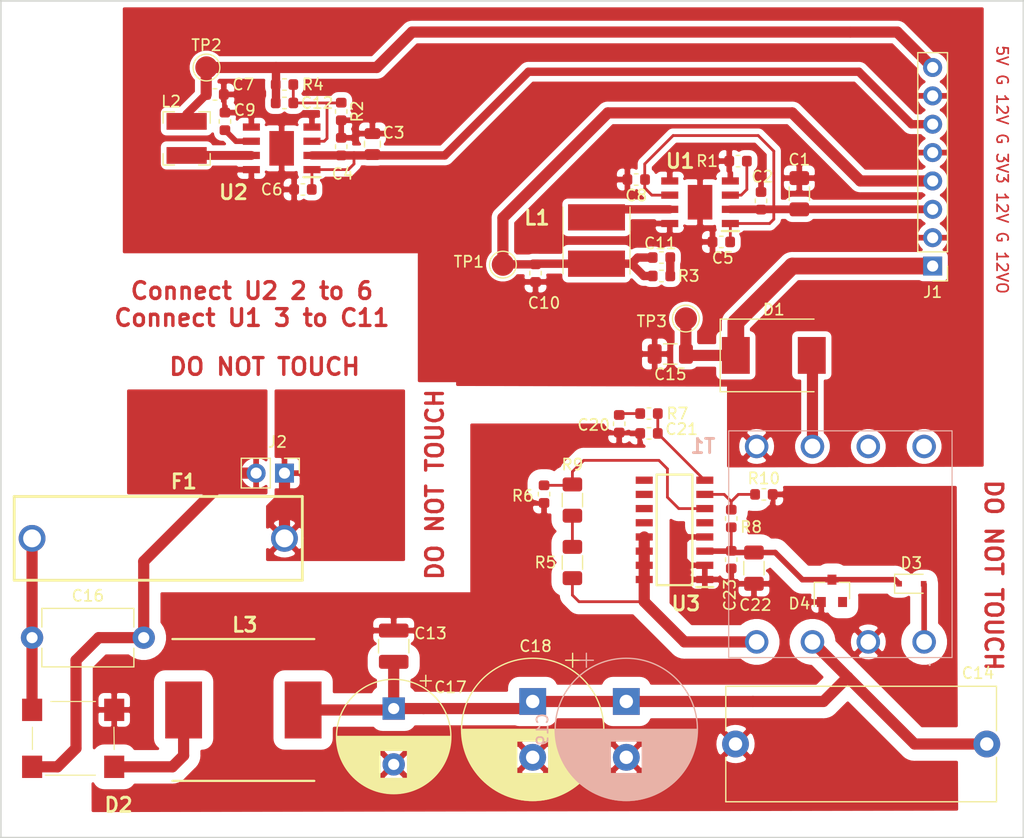
<source format=kicad_pcb>
(kicad_pcb (version 20171130) (host pcbnew "(5.1.6)-1")
  (layers (0 F.Cu signal) (31 B.Cu signal) (34 B.Paste user) (35 F.Paste user) (36 B.SilkS user) (37 F.SilkS user) (38 B.Mask user) (39 F.Mask user) (44 Edge.Cuts user))
  (net 0 "")
  (net 1 12Vin1)
  (net 2 GND)
  (net 3 12Vin2)
  (net 4 5V)
  (net 5 3V3)
  (net 6 "Net-(C11-Pad2)")
  (net 7 "Net-(C12-Pad2)")
  (net 8 "Net-(C13-Pad2)")
  (net 9 GNDREF)
  (net 10 12V)
  (net 11 "Net-(C16-Pad2)")
  (net 12 "Net-(C16-Pad1)")
  (net 13 "Net-(C20-Pad2)")
  (net 14 "Net-(C21-Pad2)")
  (net 15 "Net-(C22-Pad1)")
  (net 16 "Net-(D1-Pad2)")
  (net 17 "Net-(D2-Pad3)")
  (net 18 "Net-(D3-Pad2)")
  (net 19 "Net-(F1-Pad1)")
  (net 20 "Net-(L1-Pad1)")
  (net 21 "Net-(L2-Pad1)")
  (net 22 "Net-(R5-Pad2)")
  (net 23 "Net-(R5-Pad1)")
  (net 24 "Net-(R6-Pad2)")
  (net 25 "Net-(R10-Pad1)")
  (net 26 "Net-(U3-Pad5)")
  (net 27 "Net-(U3-Pad9)")
  (net 28 "Net-(U3-Pad10)")
  (net 29 "Net-(U3-Pad11)")
  (net 30 "Net-(U3-Pad12)")
  (module Personal_ICs:VIPER318HDTR (layer F.Cu) (at 170.688 98.171 180)
    (fp_text reference U3 (at -1.016 -6.604) (layer F.SilkS) (effects (font (size 1.27 1.27) (thickness 0.254))))
    (fp_text value VIPER318HDTR hide)
    (pad 1 smd rect (at -2.712 -4.445 270) (size 0.65 1.525) (layers F.Cu F.Paste F.Mask) (net 9 GNDREF))
    (pad 2 smd rect (at -2.712 -3.175 270) (size 0.65 1.525) (layers F.Cu F.Paste F.Mask) (net 9 GNDREF))
    (pad 3 smd rect (at -2.712 -1.905 270) (size 0.65 1.525) (layers F.Cu F.Paste F.Mask) (net 15 "Net-(C22-Pad1)"))
    (pad 4 smd rect (at -2.712 -0.635 270) (size 0.65 1.525) (layers F.Cu F.Paste F.Mask) (net 9 GNDREF))
    (pad 5 smd rect (at -2.712 0.635 270) (size 0.65 1.525) (layers F.Cu F.Paste F.Mask) (net 26 "Net-(U3-Pad5)"))
    (pad 6 smd rect (at -2.712 1.905 270) (size 0.65 1.525) (layers F.Cu F.Paste F.Mask) (net 24 "Net-(R6-Pad2)"))
    (pad 7 smd rect (at -2.712 3.175 270) (size 0.65 1.525) (layers F.Cu F.Paste F.Mask) (net 25 "Net-(R10-Pad1)"))
    (pad 8 smd rect (at -2.712 4.445 270) (size 0.65 1.525) (layers F.Cu F.Paste F.Mask) (net 14 "Net-(C21-Pad2)"))
    (pad 9 smd rect (at 2.712 4.445 270) (size 0.65 1.525) (layers F.Cu F.Paste F.Mask) (net 27 "Net-(U3-Pad9)"))
    (pad 10 smd rect (at 2.712 3.175 270) (size 0.65 1.525) (layers F.Cu F.Paste F.Mask) (net 28 "Net-(U3-Pad10)"))
    (pad 11 smd rect (at 2.712 1.905 270) (size 0.65 1.525) (layers F.Cu F.Paste F.Mask) (net 29 "Net-(U3-Pad11)"))
    (pad 12 smd rect (at 2.712 0.635 270) (size 0.65 1.525) (layers F.Cu F.Paste F.Mask) (net 30 "Net-(U3-Pad12)"))
    (pad 13 smd rect (at 2.712 -0.635 270) (size 0.65 1.525) (layers F.Cu F.Paste F.Mask) (net 23 "Net-(R5-Pad1)"))
    (pad 14 smd rect (at 2.712 -1.905 270) (size 0.65 1.525) (layers F.Cu F.Paste F.Mask) (net 23 "Net-(R5-Pad1)"))
    (pad 15 smd rect (at 2.712 -3.175 270) (size 0.65 1.525) (layers F.Cu F.Paste F.Mask) (net 23 "Net-(R5-Pad1)"))
    (pad 16 smd rect (at 2.712 -4.445 270) (size 0.65 1.525) (layers F.Cu F.Paste F.Mask) (net 23 "Net-(R5-Pad1)"))
  )
  (module Personal_ICs:ST1S41PHR (layer F.Cu) (at 135.509 64.008 180)
    (fp_text reference U2 (at 4.318 -3.937) (layer F.SilkS) (effects (font (size 1.27 1.27) (thickness 0.254))))
    (fp_text value ST1S41PHR hide)
    (pad 1 smd rect (at -2.712 -1.905 270) (size 0.65 1.525) (layers F.Cu F.Paste F.Mask) (net 3 12Vin2))
    (pad 2 smd rect (at -2.712 -0.635 270) (size 0.65 1.525) (layers F.Cu F.Paste F.Mask) (net 3 12Vin2))
    (pad 3 smd rect (at -2.712 0.635 270) (size 0.65 1.525) (layers F.Cu F.Paste F.Mask) (net 7 "Net-(C12-Pad2)"))
    (pad 4 smd rect (at -2.712 1.905 270) (size 0.65 1.525) (layers F.Cu F.Paste F.Mask) (net 2 GND))
    (pad 5 smd rect (at 2.712 1.905 270) (size 0.65 1.525) (layers F.Cu F.Paste F.Mask) (net 2 GND))
    (pad 6 smd rect (at 2.712 0.635 270) (size 0.65 1.525) (layers F.Cu F.Paste F.Mask) (net 3 12Vin2))
    (pad 7 smd rect (at 2.712 -0.635 270) (size 0.65 1.525) (layers F.Cu F.Paste F.Mask) (net 21 "Net-(L2-Pad1)"))
    (pad 8 smd rect (at 2.712 -1.905 270) (size 0.65 1.525) (layers F.Cu F.Paste F.Mask) (net 2 GND))
    (pad 9 smd rect (at 0 0 180) (size 2.2 3.1) (layers F.Cu F.Paste F.Mask) (net 2 GND))
  )
  (module Personal_ICs:ST1S41PHR (layer F.Cu) (at 172.974 68.834 180)
    (fp_text reference U1 (at 1.778 3.683) (layer F.SilkS) (effects (font (size 1.27 1.27) (thickness 0.254))))
    (fp_text value ST1S41PHR hide)
    (pad 1 smd rect (at -2.712 -1.905 270) (size 0.65 1.525) (layers F.Cu F.Paste F.Mask) (net 1 12Vin1))
    (pad 2 smd rect (at -2.712 -0.635 270) (size 0.65 1.525) (layers F.Cu F.Paste F.Mask) (net 1 12Vin1))
    (pad 3 smd rect (at -2.712 0.635 270) (size 0.65 1.525) (layers F.Cu F.Paste F.Mask) (net 6 "Net-(C11-Pad2)"))
    (pad 4 smd rect (at -2.712 1.905 270) (size 0.65 1.525) (layers F.Cu F.Paste F.Mask) (net 2 GND))
    (pad 5 smd rect (at 2.712 1.905 270) (size 0.65 1.525) (layers F.Cu F.Paste F.Mask) (net 2 GND))
    (pad 6 smd rect (at 2.712 0.635 270) (size 0.65 1.525) (layers F.Cu F.Paste F.Mask) (net 1 12Vin1))
    (pad 7 smd rect (at 2.712 -0.635 270) (size 0.65 1.525) (layers F.Cu F.Paste F.Mask) (net 20 "Net-(L1-Pad1)"))
    (pad 8 smd rect (at 2.712 -1.905 270) (size 0.65 1.525) (layers F.Cu F.Paste F.Mask) (net 2 GND))
    (pad 9 smd rect (at 0 0 180) (size 2.2 3.1) (layers F.Cu F.Paste F.Mask) (net 2 GND))
  )
  (module TestPoint:TestPoint_Pad_D2.0mm (layer F.Cu) (at 171.704 79.248)
    (fp_text reference TP3 (at -3.048 0.254) (layer F.SilkS))
    (fp_text value 12V)
    (pad 1 smd circle (at 0 0) (size 2 2) (layers F.Cu F.Mask) (net 10 12V))
  )
  (module TestPoint:TestPoint_Pad_D2.0mm (layer F.Cu) (at 128.778 56.769)
    (fp_text reference TP2 (at 0 -1.998) (layer F.SilkS))
    (fp_text value 5V)
    (pad 1 smd circle (at 0 0) (size 2 2) (layers F.Cu F.Mask) (net 4 5V))
  )
  (module TestPoint:TestPoint_Pad_D2.0mm (layer F.Cu) (at 155.321 74.422)
    (fp_text reference TP1 (at -3.048 -0.254) (layer F.SilkS))
    (fp_text value 3V3)
    (pad 1 smd circle (at 0 0) (size 2 2) (layers F.Cu F.Mask) (net 5 3V3))
  )
  (module Personal_Misc:EFD_20_10_7 (layer B.Cu) (at 193.04 108.204 180)
    (fp_text reference T1 (at 19.812 17.526) (layer B.SilkS) (effects (font (size 1.27 1.27) (thickness 0.254)) (justify mirror)))
    (fp_text value "EFD 20/10/7" hide)
    (pad 5 thru_hole circle (at 0 0 180) (size 2.1 2.1) (drill 1.4) (layers *.Cu *.Mask) (net 18 "Net-(D3-Pad2)"))
    (pad 6 thru_hole circle (at 5 0 180) (size 2.1 2.1) (drill 1.4) (layers *.Cu *.Mask) (net 9 GNDREF))
    (pad 1 thru_hole circle (at 10 0 180) (size 2.1 2.1) (drill 1.4) (layers *.Cu *.Mask) (net 8 "Net-(C13-Pad2)"))
    (pad 2 thru_hole circle (at 15 0 180) (size 2.1 2.1) (drill 1.4) (layers *.Cu *.Mask) (net 23 "Net-(R5-Pad1)"))
    (pad 4 thru_hole circle (at 15 17.5 180) (size 2.1 2.1) (drill 1.4) (layers *.Cu *.Mask) (net 2 GND))
    (pad 3 thru_hole circle (at 10 17.5 180) (size 2.1 2.1) (drill 1.4) (layers *.Cu *.Mask) (net 16 "Net-(D1-Pad2)"))
    (pad 8 thru_hole circle (at 5 17.5 180) (size 2.1 2.1) (drill 1.4) (layers *.Cu *.Mask))
    (pad 7 thru_hole circle (at 0 17.5 180) (size 2.1 2.1) (drill 1.4) (layers *.Cu *.Mask))
  )
  (module Resistor_SMD:R_0603_1608Metric (layer F.Cu) (at 178.689 94.996)
    (fp_text reference R10 (at 0 -1.43) (layer F.SilkS))
    (fp_text value "100 kOhm")
    (pad 2 smd roundrect (at 0.7875 0) (size 0.875 0.95) (layers F.Cu F.Paste F.Mask) (net 9 GNDREF))
    (pad 1 smd roundrect (at -0.7875 0) (size 0.875 0.95) (layers F.Cu F.Paste F.Mask) (net 25 "Net-(R10-Pad1)"))
  )
  (module Resistor_SMD:R_0603_1608Metric (layer F.Cu) (at 159.004 94.9705 270)
    (fp_text reference R9 (at -2.6415 -2.54) (layer F.SilkS))
    (fp_text value "29.4 kOhm")
    (pad 2 smd roundrect (at 0.7875 0 270) (size 0.875 0.95) (layers F.Cu F.Paste F.Mask) (net 9 GNDREF))
    (pad 1 smd roundrect (at -0.7875 0 270) (size 0.875 0.95) (layers F.Cu F.Paste F.Mask) (net 24 "Net-(R6-Pad2)"))
  )
  (module Resistor_SMD:R_0603_1608Metric (layer F.Cu) (at 175.768 97.155 90)
    (fp_text reference R8 (at -0.762 1.778 180) (layer F.SilkS))
    (fp_text value "909 kOhm")
    (pad 2 smd roundrect (at 0.7875 0 90) (size 0.875 0.95) (layers F.Cu F.Paste F.Mask) (net 25 "Net-(R10-Pad1)"))
    (pad 1 smd roundrect (at -0.7875 0 90) (size 0.875 0.95) (layers F.Cu F.Paste F.Mask) (net 15 "Net-(C22-Pad1)"))
  )
  (module Resistor_SMD:R_0603_1608Metric (layer F.Cu) (at 168.402 87.757)
    (fp_text reference R7 (at 2.54 0) (layer F.SilkS))
    (fp_text value "1.5 kOhm")
    (pad 2 smd roundrect (at 0.7875 0) (size 0.875 0.95) (layers F.Cu F.Paste F.Mask) (net 14 "Net-(C21-Pad2)"))
    (pad 1 smd roundrect (at -0.7875 0) (size 0.875 0.95) (layers F.Cu F.Paste F.Mask) (net 13 "Net-(C20-Pad2)"))
  )
  (module Resistor_SMD:R_1206_3216Metric (layer F.Cu) (at 161.544 95.504 90)
    (fp_text reference R6 (at 0.381 -4.445 180) (layer F.SilkS))
    (fp_text value "2 MOhm")
    (pad 2 smd roundrect (at 1.4 0 90) (size 1.25 1.75) (layers F.Cu F.Paste F.Mask) (roundrect_rratio 0.2) (net 24 "Net-(R6-Pad2)"))
    (pad 1 smd roundrect (at -1.4 0 90) (size 1.25 1.75) (layers F.Cu F.Paste F.Mask) (roundrect_rratio 0.2) (net 22 "Net-(R5-Pad2)"))
  )
  (module Resistor_SMD:R_1206_3216Metric (layer F.Cu) (at 161.544 101.095 90)
    (fp_text reference R5 (at 0 -2.413 180) (layer F.SilkS))
    (fp_text value "2 MOhm")
    (pad 2 smd roundrect (at 1.4 0 90) (size 1.25 1.75) (layers F.Cu F.Paste F.Mask) (roundrect_rratio 0.2) (net 22 "Net-(R5-Pad2)"))
    (pad 1 smd roundrect (at -1.4 0 90) (size 1.25 1.75) (layers F.Cu F.Paste F.Mask) (roundrect_rratio 0.2) (net 23 "Net-(R5-Pad1)"))
  )
  (module Resistor_SMD:R_0603_1608Metric (layer F.Cu) (at 135.763 58.293)
    (fp_text reference R4 (at 2.54 0) (layer F.SilkS))
    (fp_text value "30 kOhm")
    (pad 2 smd roundrect (at 0.7875 0) (size 0.875 0.95) (layers F.Cu F.Paste F.Mask) (net 7 "Net-(C12-Pad2)"))
    (pad 1 smd roundrect (at -0.7875 0) (size 0.875 0.95) (layers F.Cu F.Paste F.Mask) (net 4 5V))
  )
  (module Resistor_SMD:R_0603_1608Metric (layer F.Cu) (at 169.5195 75.438)
    (fp_text reference R3 (at 2.4385 0) (layer F.SilkS))
    (fp_text value "30 kOhm")
    (pad 2 smd roundrect (at 0.7875 0) (size 0.875 0.95) (layers F.Cu F.Paste F.Mask) (net 6 "Net-(C11-Pad2)"))
    (pad 1 smd roundrect (at -0.7875 0) (size 0.875 0.95) (layers F.Cu F.Paste F.Mask) (net 5 3V3))
  )
  (module Resistor_SMD:R_0603_1608Metric (layer F.Cu) (at 140.843 60.706 270)
    (fp_text reference R2 (at 0 -1.43 90) (layer F.SilkS))
    (fp_text value "5.69 kOhm")
    (pad 2 smd roundrect (at 0.7875 0 270) (size 0.875 0.95) (layers F.Cu F.Paste F.Mask) (net 2 GND))
    (pad 1 smd roundrect (at -0.7875 0 270) (size 0.875 0.95) (layers F.Cu F.Paste F.Mask) (net 7 "Net-(C12-Pad2)"))
  )
  (module Resistor_SMD:R_0603_1608Metric (layer F.Cu) (at 176.3775 65.151 180)
    (fp_text reference R1 (at 2.7685 0) (layer F.SilkS))
    (fp_text value "9.65 kOhm")
    (pad 2 smd roundrect (at 0.7875 0 180) (size 0.875 0.95) (layers F.Cu F.Paste F.Mask) (net 2 GND))
    (pad 1 smd roundrect (at -0.7875 0 180) (size 0.875 0.95) (layers F.Cu F.Paste F.Mask) (net 6 "Net-(C11-Pad2)"))
  )
  (module Personal_Passives:SRR1208-821KL (layer F.Cu) (at 132.08 114.3)
    (fp_text reference L3 (at 0.127 -7.62) (layer F.SilkS) (effects (font (size 1.27 1.27) (thickness 0.254))))
    (fp_text value SRR1208-821KL hide)
    (pad 1 smd rect (at -5.35 0) (size 3.3 5.1) (layers F.Cu F.Paste F.Mask) (net 17 "Net-(D2-Pad3)"))
    (pad 2 smd rect (at 5.35 0) (size 3.3 5.1) (layers F.Cu F.Paste F.Mask) (net 8 "Net-(C13-Pad2)"))
  )
  (module Inductor_SMD:L_Bourns-SRN4018 (layer F.Cu) (at 127 63.119 90)
    (fp_text reference L2 (at 3.302 -1.397 180) (layer F.SilkS))
    (fp_text value "40 µH")
    (pad 2 smd rect (at 1.525 0 90) (size 1.5 3.6) (layers F.Cu F.Paste F.Mask) (net 4 5V))
    (pad 1 smd rect (at -1.525 0 90) (size 1.5 3.6) (layers F.Cu F.Paste F.Mask) (net 21 "Net-(L2-Pad1)"))
  )
  (module Personal_Passives:SRN6045TA-101M (layer F.Cu) (at 163.703 72.263)
    (fp_text reference L1 (at -5.334 -2.032) (layer F.SilkS) (effects (font (size 1.27 1.27) (thickness 0.254))))
    (fp_text value SRN6045TA-101M hide)
    (pad 2 smd rect (at 0 2.075 90) (size 2.35 5.1) (layers F.Cu F.Paste F.Mask) (net 5 3V3))
    (pad 1 smd rect (at 0 -2.075 90) (size 2.35 5.1) (layers F.Cu F.Paste F.Mask) (net 20 "Net-(L1-Pad1)"))
  )
  (module Connector_PinHeader_2.54mm:PinHeader_1x02_P2.54mm_Vertical (layer F.Cu) (at 135.763 93.091 270)
    (fp_text reference J2 (at -2.794 0.635 180) (layer F.SilkS))
    (fp_text value Conn_WallPlug)
    (pad 2 thru_hole oval (at 0 2.54 270) (size 1.7 1.7) (drill 1) (layers *.Cu *.Mask) (net 11 "Net-(C16-Pad2)"))
    (pad 1 thru_hole rect (at 0 0 270) (size 1.7 1.7) (drill 1) (layers *.Cu *.Mask) (net 19 "Net-(F1-Pad1)"))
  )
  (module Connector_PinHeader_2.54mm:PinHeader_1x08_P2.54mm_Vertical (layer F.Cu) (at 193.802 74.549 180)
    (fp_text reference J1 (at 0 -2.33) (layer F.SilkS))
    (fp_text value Conn_01x08)
    (pad 8 thru_hole oval (at 0 17.78 180) (size 1.7 1.7) (drill 1) (layers *.Cu *.Mask) (net 4 5V))
    (pad 7 thru_hole oval (at 0 15.24 180) (size 1.7 1.7) (drill 1) (layers *.Cu *.Mask) (net 2 GND))
    (pad 6 thru_hole oval (at 0 12.7 180) (size 1.7 1.7) (drill 1) (layers *.Cu *.Mask) (net 3 12Vin2))
    (pad 5 thru_hole oval (at 0 10.16 180) (size 1.7 1.7) (drill 1) (layers *.Cu *.Mask) (net 2 GND))
    (pad 4 thru_hole oval (at 0 7.62 180) (size 1.7 1.7) (drill 1) (layers *.Cu *.Mask) (net 5 3V3))
    (pad 3 thru_hole oval (at 0 5.08 180) (size 1.7 1.7) (drill 1) (layers *.Cu *.Mask) (net 1 12Vin1))
    (pad 2 thru_hole oval (at 0 2.54 180) (size 1.7 1.7) (drill 1) (layers *.Cu *.Mask) (net 2 GND))
    (pad 1 thru_hole rect (at 0 0 180) (size 1.7 1.7) (drill 1) (layers *.Cu *.Mask) (net 10 12V))
  )
  (module Personal_Misc:64600001003 (layer F.Cu) (at 124.46 98.933 180)
    (fp_text reference F1 (at -2.286 5.08) (layer F.SilkS) (effects (font (size 1.27 1.27) (thickness 0.254))))
    (fp_text value 64600001003 hide)
    (pad 2 thru_hole circle (at 11.3 0 180) (size 2.4 2.4) (drill 1.6) (layers *.Cu *.Mask) (net 12 "Net-(C16-Pad1)"))
    (pad 1 thru_hole circle (at -11.3 0 180) (size 2.4 2.4) (drill 1.6) (layers *.Cu *.Mask) (net 19 "Net-(F1-Pad1)"))
  )
  (module Diode_SMD:D_SOT-23_ANK (layer F.Cu) (at 184.785 103.632 90)
    (fp_text reference D4 (at -1.143 -2.921 180) (layer F.SilkS))
    (fp_text value BZX84C24LT1G)
    (pad 1 smd rect (at 1 0 90) (size 0.9 0.8) (layers F.Cu F.Paste F.Mask) (net 15 "Net-(C22-Pad1)"))
    (pad "" smd rect (at -1 0.95 90) (size 0.9 0.8) (layers F.Cu F.Paste F.Mask))
    (pad 2 smd rect (at -1 -0.95 90) (size 0.9 0.8) (layers F.Cu F.Paste F.Mask) (net 9 GNDREF))
  )
  (module Diode_SMD:D_SOD-323F (layer F.Cu) (at 191.897 102.997)
    (fp_text reference D3 (at 0 -1.85) (layer F.SilkS))
    (fp_text value BAT54J)
    (pad 2 smd rect (at 1.1 0) (size 0.5 0.5) (layers F.Cu F.Paste F.Mask) (net 18 "Net-(D3-Pad2)"))
    (pad 1 smd rect (at -1.1 0) (size 0.5 0.5) (layers F.Cu F.Paste F.Mask) (net 15 "Net-(C22-Pad1)"))
  )
  (module Personal_Passives:YBS2207G_RAG (layer F.Cu) (at 116.84 116.84 270)
    (fp_text reference D2 (at 5.969 -4.064 180) (layer F.SilkS) (effects (font (size 1.27 1.27) (thickness 0.254))))
    (fp_text value YBS2207G_RAG hide)
    (pad 1 smd rect (at -2.55 3.675) (size 1.8 2) (layers F.Cu F.Paste F.Mask) (net 12 "Net-(C16-Pad1)"))
    (pad 2 smd rect (at 2.55 3.675) (size 1.8 2) (layers F.Cu F.Paste F.Mask) (net 11 "Net-(C16-Pad2)"))
    (pad 3 smd rect (at 2.55 -3.675) (size 1.8 2) (layers F.Cu F.Paste F.Mask) (net 17 "Net-(D2-Pad3)"))
    (pad 4 smd rect (at -2.55 -3.675) (size 1.8 2) (layers F.Cu F.Paste F.Mask) (net 9 GNDREF))
  )
  (module Diode_SMD:D_SMC (layer F.Cu) (at 179.578 82.55)
    (fp_text reference D1 (at 0 -4.1) (layer F.SilkS))
    (fp_text value B360)
    (pad 2 smd rect (at 3.4 0 90) (size 3.3 2.5) (layers F.Cu F.Paste F.Mask) (net 16 "Net-(D1-Pad2)"))
    (pad 1 smd rect (at -3.4 0 90) (size 3.3 2.5) (layers F.Cu F.Paste F.Mask) (net 10 12V))
  )
  (module Capacitor_SMD:C_0603_1608Metric (layer F.Cu) (at 175.768 100.838 270)
    (fp_text reference C23 (at 3.175 0.127 270) (layer F.SilkS))
    (fp_text value "100 nF")
    (pad 2 smd roundrect (at 0.7875 0 270) (size 0.875 0.95) (layers F.Cu F.Paste F.Mask) (net 9 GNDREF))
    (pad 1 smd roundrect (at -0.7875 0 270) (size 0.875 0.95) (layers F.Cu F.Paste F.Mask) (net 15 "Net-(C22-Pad1)"))
  )
  (module Capacitor_SMD:C_1206_3216Metric (layer F.Cu) (at 177.8 101.6 270)
    (fp_text reference C22 (at 3.302 -0.127 180) (layer F.SilkS))
    (fp_text value "10 µF")
    (pad 2 smd roundrect (at 1.4 0 270) (size 1.25 1.75) (layers F.Cu F.Paste F.Mask) (roundrect_rratio 0.2) (net 9 GNDREF))
    (pad 1 smd roundrect (at -1.4 0 270) (size 1.25 1.75) (layers F.Cu F.Paste F.Mask) (roundrect_rratio 0.2) (net 15 "Net-(C22-Pad1)"))
  )
  (module Capacitor_SMD:C_0603_1608Metric (layer F.Cu) (at 168.402 89.535)
    (fp_text reference C21 (at 2.921 -0.381) (layer F.SilkS))
    (fp_text value "5 nF")
    (pad 2 smd roundrect (at 0.7875 0) (size 0.875 0.95) (layers F.Cu F.Paste F.Mask) (net 14 "Net-(C21-Pad2)"))
    (pad 1 smd roundrect (at -0.7875 0) (size 0.875 0.95) (layers F.Cu F.Paste F.Mask) (net 9 GNDREF))
  )
  (module Capacitor_SMD:C_0603_1608Metric (layer F.Cu) (at 165.735 88.6715 90)
    (fp_text reference C20 (at -0.1015 -2.286 180) (layer F.SilkS))
    (fp_text value "100 nF")
    (pad 2 smd roundrect (at 0.7875 0 90) (size 0.875 0.95) (layers F.Cu F.Paste F.Mask) (net 13 "Net-(C20-Pad2)"))
    (pad 1 smd roundrect (at -0.7875 0 90) (size 0.875 0.95) (layers F.Cu F.Paste F.Mask) (net 9 GNDREF))
  )
  (module Capacitor_THT:CP_Radial_D12.5mm_P5.00mm (layer B.Cu) (at 166.37 113.538 270)
    (fp_text reference C19 (at 2.5 7.5 270) (layer B.SilkS) (effects (justify mirror)))
    (fp_text value "18 µF")
    (pad 2 thru_hole circle (at 5 0 270) (size 2.4 2.4) (drill 1.2) (layers *.Cu *.Mask) (net 9 GNDREF))
    (pad 1 thru_hole rect (at 0 0 270) (size 2.4 2.4) (drill 1.2) (layers *.Cu *.Mask) (net 8 "Net-(C13-Pad2)"))
  )
  (module Capacitor_THT:CP_Radial_D12.5mm_P5.00mm (layer F.Cu) (at 157.988 113.538 270)
    (fp_text reference C18 (at -4.953 -0.254 180) (layer F.SilkS))
    (fp_text value "18 µF")
    (pad 2 thru_hole circle (at 5 0 270) (size 2.4 2.4) (drill 1.2) (layers *.Cu *.Mask) (net 9 GNDREF))
    (pad 1 thru_hole rect (at 0 0 270) (size 2.4 2.4) (drill 1.2) (layers *.Cu *.Mask) (net 8 "Net-(C13-Pad2)"))
  )
  (module Capacitor_THT:CP_Radial_D10.0mm_P5.00mm (layer F.Cu) (at 145.542 114.173 270)
    (fp_text reference C17 (at -1.905 -5.08 180) (layer F.SilkS))
    (fp_text value "6.8 µF")
    (pad 2 thru_hole circle (at 5 0 270) (size 2 2) (drill 1) (layers *.Cu *.Mask) (net 9 GNDREF))
    (pad 1 thru_hole rect (at 0 0 270) (size 2 2) (drill 1) (layers *.Cu *.Mask) (net 8 "Net-(C13-Pad2)"))
  )
  (module Capacitor_THT:C_Disc_D8.0mm_W5.0mm_P10.00mm (layer F.Cu) (at 113.157 107.823)
    (fp_text reference C16 (at 5 -3.75) (layer F.SilkS))
    (fp_text value "680 pF")
    (pad 2 thru_hole circle (at 10 0) (size 2 2) (drill 1) (layers *.Cu *.Mask) (net 11 "Net-(C16-Pad2)"))
    (pad 1 thru_hole circle (at 0 0) (size 2 2) (drill 1) (layers *.Cu *.Mask) (net 12 "Net-(C16-Pad1)"))
  )
  (module Capacitor_SMD:C_1206_3216Metric (layer F.Cu) (at 170.31 82.423 180)
    (fp_text reference C15 (at 0 -1.82) (layer F.SilkS))
    (fp_text value "10 µF")
    (pad 2 smd roundrect (at 1.4 0 180) (size 1.25 1.75) (layers F.Cu F.Paste F.Mask) (roundrect_rratio 0.2) (net 2 GND))
    (pad 1 smd roundrect (at -1.4 0 180) (size 1.25 1.75) (layers F.Cu F.Paste F.Mask) (roundrect_rratio 0.2) (net 10 12V))
  )
  (module Capacitor_THT:C_Rect_L24.0mm_W10.1mm_P22.50mm_MKT (layer F.Cu) (at 176.149 117.348)
    (fp_text reference C14 (at 21.717 -6.35) (layer F.SilkS))
    (fp_text value "1 µF")
    (pad 2 thru_hole circle (at 22.5 0) (size 2.4 2.4) (drill 1.2) (layers *.Cu *.Mask) (net 8 "Net-(C13-Pad2)"))
    (pad 1 thru_hole circle (at 0 0) (size 2.4 2.4) (drill 1.2) (layers *.Cu *.Mask) (net 9 GNDREF))
  )
  (module Capacitor_SMD:C_1210_3225Metric (layer F.Cu) (at 145.542 108.588 270)
    (fp_text reference C13 (at -1.146 -3.302 180) (layer F.SilkS))
    (fp_text value "100 nF")
    (pad 2 smd roundrect (at 1.4 0 270) (size 1.25 2.65) (layers F.Cu F.Paste F.Mask) (roundrect_rratio 0.2) (net 8 "Net-(C13-Pad2)"))
    (pad 1 smd roundrect (at -1.4 0 270) (size 1.25 2.65) (layers F.Cu F.Paste F.Mask) (roundrect_rratio 0.2) (net 9 GNDREF))
  )
  (module Capacitor_SMD:C_0603_1608Metric (layer F.Cu) (at 135.763 59.944)
    (fp_text reference C12 (at 2.921 0) (layer F.SilkS))
    (fp_text value "120 pF")
    (pad 2 smd roundrect (at 0.7875 0) (size 0.875 0.95) (layers F.Cu F.Paste F.Mask) (net 7 "Net-(C12-Pad2)"))
    (pad 1 smd roundrect (at -0.7875 0) (size 0.875 0.95) (layers F.Cu F.Paste F.Mask) (net 4 5V))
  )
  (module Capacitor_SMD:C_0603_1608Metric (layer F.Cu) (at 169.5195 73.787)
    (fp_text reference C11 (at -0.1015 -1.27) (layer F.SilkS))
    (fp_text value "150 pF")
    (pad 2 smd roundrect (at 0.7875 0) (size 0.875 0.95) (layers F.Cu F.Paste F.Mask) (net 6 "Net-(C11-Pad2)"))
    (pad 1 smd roundrect (at -0.7875 0) (size 0.875 0.95) (layers F.Cu F.Paste F.Mask) (net 5 3V3))
  )
  (module Capacitor_SMD:C_0603_1608Metric (layer F.Cu) (at 158.242 75.184 270)
    (fp_text reference C10 (at 2.667 -0.762 180) (layer F.SilkS))
    (fp_text value "470 nF")
    (pad 2 smd roundrect (at 0.7875 0 270) (size 0.875 0.95) (layers F.Cu F.Paste F.Mask) (net 2 GND))
    (pad 1 smd roundrect (at -0.7875 0 270) (size 0.875 0.95) (layers F.Cu F.Paste F.Mask) (net 5 3V3))
  )
  (module Capacitor_SMD:C_0603_1608Metric (layer F.Cu) (at 130.429 61.595 90)
    (fp_text reference C9 (at 1.016 1.778 180) (layer F.SilkS))
    (fp_text value "330 nF")
    (pad 2 smd roundrect (at 0.7875 0 90) (size 0.875 0.95) (layers F.Cu F.Paste F.Mask) (net 2 GND))
    (pad 1 smd roundrect (at -0.7875 0 90) (size 0.875 0.95) (layers F.Cu F.Paste F.Mask) (net 3 12Vin2))
  )
  (module Capacitor_SMD:C_0603_1608Metric (layer F.Cu) (at 167.259 66.802 180)
    (fp_text reference C8 (at 0 -1.43) (layer F.SilkS))
    (fp_text value "330 nF")
    (pad 2 smd roundrect (at 0.7875 0 180) (size 0.875 0.95) (layers F.Cu F.Paste F.Mask) (net 2 GND))
    (pad 1 smd roundrect (at -0.7875 0 180) (size 0.875 0.95) (layers F.Cu F.Paste F.Mask) (net 1 12Vin1))
  )
  (module Capacitor_SMD:C_0603_1608Metric (layer F.Cu) (at 129.54 59.182)
    (fp_text reference C7 (at 2.54 -0.889) (layer F.SilkS))
    (fp_text value "110 nF")
    (pad 2 smd roundrect (at 0.7875 0) (size 0.875 0.95) (layers F.Cu F.Paste F.Mask) (net 2 GND))
    (pad 1 smd roundrect (at -0.7875 0) (size 0.875 0.95) (layers F.Cu F.Paste F.Mask) (net 4 5V))
  )
  (module Capacitor_SMD:C_0603_1608Metric (layer F.Cu) (at 137.414 67.691)
    (fp_text reference C6 (at -2.794 0) (layer F.SilkS))
    (fp_text value "330 nF")
    (pad 2 smd roundrect (at 0.7875 0) (size 0.875 0.95) (layers F.Cu F.Paste F.Mask) (net 3 12Vin2))
    (pad 1 smd roundrect (at -0.7875 0) (size 0.875 0.95) (layers F.Cu F.Paste F.Mask) (net 2 GND))
  )
  (module Capacitor_SMD:C_0603_1608Metric (layer F.Cu) (at 174.879 72.39 180)
    (fp_text reference C5 (at -0.127 -1.43) (layer F.SilkS))
    (fp_text value "330 nF")
    (pad 2 smd roundrect (at 0.7875 0 180) (size 0.875 0.95) (layers F.Cu F.Paste F.Mask) (net 2 GND))
    (pad 1 smd roundrect (at -0.7875 0 180) (size 0.875 0.95) (layers F.Cu F.Paste F.Mask) (net 1 12Vin1))
  )
  (module Capacitor_SMD:C_0603_1608Metric (layer F.Cu) (at 140.843 63.8555 270)
    (fp_text reference C4 (at 2.4385 -0.127) (layer F.SilkS))
    (fp_text value "330 nF")
    (pad 2 smd roundrect (at 0.7875 0 270) (size 0.875 0.95) (layers F.Cu F.Paste F.Mask) (net 3 12Vin2))
    (pad 1 smd roundrect (at -0.7875 0 270) (size 0.875 0.95) (layers F.Cu F.Paste F.Mask) (net 2 GND))
  )
  (module Capacitor_SMD:C_0805_2012Metric (layer F.Cu) (at 143.637 63.627 270)
    (fp_text reference C3 (at -1.016 -1.905 180) (layer F.SilkS))
    (fp_text value "4.7 µF")
    (pad 2 smd roundrect (at 0.9375 0 270) (size 0.975 1.4) (layers F.Cu F.Paste F.Mask) (net 3 12Vin2))
    (pad 1 smd roundrect (at -0.9375 0 270) (size 0.975 1.4) (layers F.Cu F.Paste F.Mask) (net 2 GND))
  )
  (module Capacitor_SMD:C_0603_1608Metric (layer F.Cu) (at 178.435 68.707 270)
    (fp_text reference C2 (at -2.159 -0.127 180) (layer F.SilkS))
    (fp_text value "330 nF")
    (pad 2 smd roundrect (at 0.7875 0 270) (size 0.875 0.95) (layers F.Cu F.Paste F.Mask) (net 1 12Vin1))
    (pad 1 smd roundrect (at -0.7875 0 270) (size 0.875 0.95) (layers F.Cu F.Paste F.Mask) (net 2 GND))
  )
  (module Capacitor_SMD:C_1206_3216Metric (layer F.Cu) (at 181.864 68.072 270)
    (fp_text reference C1 (at -3.048 0 180) (layer F.SilkS))
    (fp_text value "10 µF")
    (pad 2 smd roundrect (at 1.4 0 270) (size 1.25 1.75) (layers F.Cu F.Paste F.Mask) (roundrect_rratio 0.2) (net 1 12Vin1))
    (pad 1 smd roundrect (at -1.4 0 270) (size 1.25 1.75) (layers F.Cu F.Paste F.Mask) (roundrect_rratio 0.2) (net 2 GND))
  )
  (gr_text "DO NOT TOUCH" (at 199.263 102.235 270) (layer F.Cu) (effects (font (size 1.5 1.5) (thickness 0.3))))
  (gr_text "DO NOT TOUCH" (at 149.225 94.107 90) (layer F.Cu) (effects (font (size 1.5 1.5) (thickness 0.3))))
  (gr_text "Connect U2 2 to 6\nConnect U1 3 to C11" (at 132.842 77.978) (layer F.Cu) (effects (font (size 1.5 1.5) (thickness 0.3))))
  (gr_text "DO NOT TOUCH" (at 133.985 83.566) (layer F.Cu) (effects (font (size 1.5 1.5) (thickness 0.3))))
  (gr_text "5V G 12V G 3V3 12V G 12VO" (at 200.025 65.913 270) (layer F.Cu) (effects (font (size 1 1))))
  (gr_line (start 201.93 50.8) (end 201.93 125.73) (layer Edge.Cuts) (width 0.15))
  (gr_line (start 110.363 50.8) (end 201.93 50.8) (layer Edge.Cuts) (width 0.15))
  (gr_line (start 110.363 125.73) (end 110.363 50.8) (layer Edge.Cuts) (width 0.15))
  (gr_line (start 201.93 125.73) (end 110.363 125.73) (layer Edge.Cuts) (width 0.15))
  (segment (start 179.578 69.469) (end 179.578 70.358) (width 0.25) (layer F.Cu) (net 1))
  (segment (start 179.578 69.469) (end 175.686 69.469) (width 0.7) (layer F.Cu) (net 1))
  (segment (start 193.802 69.469) (end 179.578 69.469) (width 0.7) (layer F.Cu) (net 1))
  (segment (start 179.578 70.358) (end 179.197 70.739) (width 0.25) (layer F.Cu) (net 1))
  (segment (start 175.686 72.3705) (end 175.6665 72.39) (width 0.25) (layer F.Cu) (net 1))
  (segment (start 175.686 70.739) (end 175.686 72.3705) (width 0.25) (layer F.Cu) (net 1))
  (segment (start 179.197 70.739) (end 175.686 70.739) (width 0.25) (layer F.Cu) (net 1))
  (segment (start 179.578 64.262) (end 179.578 69.469) (width 0.25) (layer F.Cu) (net 1))
  (segment (start 178.181 62.865) (end 179.578 64.262) (width 0.25) (layer F.Cu) (net 1))
  (segment (start 170.262 68.199) (end 168.656 68.199) (width 0.25) (layer F.Cu) (net 1))
  (segment (start 168.021 67.564) (end 168.021 65.405) (width 0.25) (layer F.Cu) (net 1))
  (segment (start 168.656 68.199) (end 168.021 67.564) (width 0.25) (layer F.Cu) (net 1))
  (segment (start 168.021 65.405) (end 170.561 62.865) (width 0.25) (layer F.Cu) (net 1))
  (segment (start 170.561 62.865) (end 178.181 62.865) (width 0.25) (layer F.Cu) (net 1))
  (segment (start 140.716 64.643) (end 138.221 64.643) (width 0.75) (layer F.Cu) (net 3))
  (segment (start 141.986 64.643) (end 141.986 65.405) (width 0.25) (layer F.Cu) (net 3))
  (segment (start 141.986 64.643) (end 140.716 64.643) (width 0.75) (layer F.Cu) (net 3))
  (segment (start 141.478 65.913) (end 138.221 65.913) (width 0.25) (layer F.Cu) (net 3))
  (segment (start 141.986 65.405) (end 141.478 65.913) (width 0.25) (layer F.Cu) (net 3))
  (segment (start 138.221 67.6715) (end 138.2015 67.691) (width 0.25) (layer F.Cu) (net 3))
  (segment (start 138.221 65.913) (end 138.221 67.6715) (width 0.25) (layer F.Cu) (net 3))
  (segment (start 131.4195 63.373) (end 130.429 62.3825) (width 0.5) (layer F.Cu) (net 3))
  (segment (start 132.797 63.373) (end 131.4195 63.373) (width 0.5) (layer F.Cu) (net 3))
  (segment (start 150.114 64.643) (end 141.986 64.643) (width 0.75) (layer F.Cu) (net 3))
  (segment (start 187.198 57.15) (end 157.607 57.15) (width 0.75) (layer F.Cu) (net 3))
  (segment (start 193.802 61.849) (end 191.897 61.849) (width 0.75) (layer F.Cu) (net 3))
  (segment (start 157.607 57.15) (end 150.114 64.643) (width 0.75) (layer F.Cu) (net 3))
  (segment (start 191.897 61.849) (end 187.198 57.15) (width 0.75) (layer F.Cu) (net 3))
  (segment (start 127 60.9345) (end 128.7525 59.182) (width 0.75) (layer F.Cu) (net 4))
  (segment (start 127 61.594) (end 127 60.9345) (width 0.75) (layer F.Cu) (net 4))
  (segment (start 128.7525 56.7945) (end 128.778 56.769) (width 0.25) (layer F.Cu) (net 4))
  (segment (start 128.7525 59.182) (end 128.7525 56.7945) (width 1) (layer F.Cu) (net 4))
  (segment (start 144.018 56.769) (end 147.193 53.594) (width 1) (layer F.Cu) (net 4))
  (segment (start 147.193 53.594) (end 186.436 53.594) (width 1) (layer F.Cu) (net 4))
  (segment (start 134.874 59.8425) (end 134.9755 59.944) (width 0.25) (layer F.Cu) (net 4))
  (segment (start 135.001 56.769) (end 144.018 56.769) (width 1) (layer F.Cu) (net 4))
  (segment (start 128.778 56.769) (end 135.001 56.769) (width 1) (layer F.Cu) (net 4))
  (segment (start 135.001 59.9185) (end 134.9755 59.944) (width 0.25) (layer F.Cu) (net 4))
  (segment (start 135.001 56.769) (end 135.001 59.9185) (width 0.75) (layer F.Cu) (net 4))
  (segment (start 190.627 53.594) (end 193.802 56.769) (width 1) (layer F.Cu) (net 4))
  (segment (start 186.436 53.594) (end 190.627 53.594) (width 1) (layer F.Cu) (net 4))
  (segment (start 158.3005 74.338) (end 158.242 74.3965) (width 0.25) (layer F.Cu) (net 5))
  (segment (start 163.703 74.338) (end 158.3005 74.338) (width 0.75) (layer F.Cu) (net 5))
  (segment (start 155.3465 74.3965) (end 155.321 74.422) (width 0.25) (layer F.Cu) (net 5))
  (segment (start 158.242 74.3965) (end 155.3465 74.3965) (width 0.75) (layer F.Cu) (net 5))
  (segment (start 163.703 74.338) (end 166.835 74.338) (width 0.75) (layer F.Cu) (net 5))
  (segment (start 167.386 73.787) (end 168.732 73.787) (width 0.75) (layer F.Cu) (net 5))
  (segment (start 166.835 74.338) (end 167.386 73.787) (width 0.75) (layer F.Cu) (net 5))
  (segment (start 167.935 75.438) (end 166.835 74.338) (width 0.75) (layer F.Cu) (net 5))
  (segment (start 168.732 75.438) (end 167.935 75.438) (width 0.75) (layer F.Cu) (net 5))
  (segment (start 187.325 66.929) (end 193.802 66.929) (width 1) (layer F.Cu) (net 5))
  (segment (start 181.229 60.833) (end 187.325 66.929) (width 1) (layer F.Cu) (net 5))
  (segment (start 164.719 60.833) (end 181.229 60.833) (width 1) (layer F.Cu) (net 5))
  (segment (start 155.321 74.422) (end 155.321 70.231) (width 1) (layer F.Cu) (net 5))
  (segment (start 155.321 70.231) (end 164.719 60.833) (width 1) (layer F.Cu) (net 5))
  (segment (start 170.307 75.438) (end 170.307 73.787) (width 0.75) (layer F.Cu) (net 6))
  (segment (start 175.686 68.199) (end 176.657 68.199) (width 0.25) (layer F.Cu) (net 6))
  (segment (start 176.657 68.199) (end 177.165 67.691) (width 0.25) (layer F.Cu) (net 6))
  (segment (start 177.165 67.691) (end 177.165 65.151) (width 0.25) (layer F.Cu) (net 6))
  (segment (start 136.5505 58.293) (end 136.5505 59.944) (width 0.25) (layer F.Cu) (net 7))
  (segment (start 140.8175 59.944) (end 140.843 59.9185) (width 0.25) (layer F.Cu) (net 7))
  (segment (start 138.221 63.373) (end 139.319 63.373) (width 0.25) (layer F.Cu) (net 7))
  (segment (start 139.319 63.373) (end 139.573 63.119) (width 0.25) (layer F.Cu) (net 7))
  (segment (start 139.573 63.119) (end 139.573 59.944) (width 0.25) (layer F.Cu) (net 7))
  (segment (start 136.5505 59.944) (end 139.573 59.944) (width 0.25) (layer F.Cu) (net 7))
  (segment (start 139.573 59.944) (end 140.8175 59.944) (width 0.25) (layer F.Cu) (net 7))
  (segment (start 145.415 114.3) (end 145.542 114.173) (width 0.25) (layer F.Cu) (net 8))
  (segment (start 137.43 114.3) (end 145.415 114.3) (width 1) (layer F.Cu) (net 8))
  (segment (start 145.542 114.173) (end 145.542 109.988) (width 1) (layer F.Cu) (net 8))
  (segment (start 145.542 114.173) (end 148.209 114.173) (width 1) (layer F.Cu) (net 8))
  (segment (start 157.353 114.173) (end 157.988 113.538) (width 1) (layer F.Cu) (net 8))
  (segment (start 148.209 114.173) (end 157.353 114.173) (width 1) (layer F.Cu) (net 8))
  (segment (start 157.988 113.538) (end 166.37 113.538) (width 1) (layer F.Cu) (net 8))
  (segment (start 166.37 113.538) (end 177.706 113.538) (width 1) (layer F.Cu) (net 8))
  (segment (start 198.649 117.348) (end 192.184 117.348) (width 1) (layer F.Cu) (net 8))
  (segment (start 177.706 113.538) (end 184.023 113.538) (width 1) (layer F.Cu) (net 8))
  (segment (start 192.184 117.348) (end 186.1985 111.3625) (width 1) (layer F.Cu) (net 8))
  (segment (start 184.023 113.538) (end 186.1985 111.3625) (width 1) (layer F.Cu) (net 8))
  (segment (start 186.1985 111.3625) (end 183.04 108.204) (width 1) (layer F.Cu) (net 8))
  (segment (start 165.811 89.535) (end 165.735 89.459) (width 0.25) (layer F.Cu) (net 9))
  (segment (start 173.4 98.806) (end 171.958 98.806) (width 0.5) (layer F.Cu) (net 9))
  (segment (start 171.958 98.806) (end 171.577 99.187) (width 0.5) (layer F.Cu) (net 9))
  (segment (start 171.577 99.187) (end 171.577 100.838) (width 0.5) (layer F.Cu) (net 9))
  (segment (start 172.085 101.346) (end 173.4 101.346) (width 0.5) (layer F.Cu) (net 9))
  (segment (start 171.577 100.838) (end 172.085 101.346) (width 0.5) (layer F.Cu) (net 9))
  (segment (start 171.71 82.55) (end 171.704 82.544) (width 0.25) (layer F.Cu) (net 10))
  (segment (start 176.178 82.55) (end 171.71 82.55) (width 1) (layer F.Cu) (net 10))
  (segment (start 171.704 82.544) (end 171.704 79.248) (width 1) (layer F.Cu) (net 10))
  (segment (start 176.178 82.55) (end 176.178 79.6) (width 1.5) (layer F.Cu) (net 10))
  (segment (start 181.229 74.549) (end 193.802 74.549) (width 1.5) (layer F.Cu) (net 10))
  (segment (start 176.178 79.6) (end 181.229 74.549) (width 1.5) (layer F.Cu) (net 10))
  (segment (start 113.165 119.39) (end 115.433 119.39) (width 1) (layer F.Cu) (net 11))
  (segment (start 115.433 119.39) (end 117.094 117.729) (width 1) (layer F.Cu) (net 11))
  (segment (start 117.094 117.729) (end 117.094 109.855) (width 1) (layer F.Cu) (net 11))
  (segment (start 119.126 107.823) (end 123.157 107.823) (width 1) (layer F.Cu) (net 11))
  (segment (start 117.094 109.855) (end 119.126 107.823) (width 1) (layer F.Cu) (net 11))
  (segment (start 123.157 107.823) (end 123.157 100.998) (width 1) (layer F.Cu) (net 11))
  (segment (start 131.064 93.091) (end 133.223 93.091) (width 1) (layer F.Cu) (net 11))
  (segment (start 123.157 100.998) (end 131.064 93.091) (width 1) (layer F.Cu) (net 11))
  (segment (start 113.155 114.3) (end 113.165 114.29) (width 0.25) (layer F.Cu) (net 12))
  (segment (start 113.16 107.82) (end 113.157 107.823) (width 0.25) (layer F.Cu) (net 12))
  (segment (start 113.16 98.933) (end 113.16 107.82) (width 1) (layer F.Cu) (net 12))
  (segment (start 113.157 114.282) (end 113.165 114.29) (width 0.25) (layer F.Cu) (net 12))
  (segment (start 113.157 107.823) (end 113.157 114.282) (width 1) (layer F.Cu) (net 12))
  (segment (start 165.862 87.757) (end 165.735 87.884) (width 0.25) (layer F.Cu) (net 13))
  (segment (start 167.6145 87.757) (end 165.862 87.757) (width 0.25) (layer F.Cu) (net 13))
  (segment (start 173.3805 93.726) (end 169.1895 89.535) (width 0.25) (layer F.Cu) (net 14))
  (segment (start 173.4 93.726) (end 173.3805 93.726) (width 0.25) (layer F.Cu) (net 14))
  (segment (start 169.1895 87.757) (end 169.1895 89.535) (width 0.25) (layer F.Cu) (net 14))
  (segment (start 190.432 102.632) (end 190.797 102.997) (width 0.5) (layer F.Cu) (net 15))
  (segment (start 184.785 102.632) (end 190.432 102.632) (width 0.5) (layer F.Cu) (net 15))
  (segment (start 184.785 102.632) (end 182.134 102.632) (width 0.5) (layer F.Cu) (net 15))
  (segment (start 179.702 100.2) (end 177.8 100.2) (width 0.5) (layer F.Cu) (net 15))
  (segment (start 182.134 102.632) (end 179.702 100.2) (width 0.5) (layer F.Cu) (net 15))
  (segment (start 175.9175 100.2) (end 175.768 100.0505) (width 0.5) (layer F.Cu) (net 15))
  (segment (start 177.8 100.2) (end 175.9175 100.2) (width 0.5) (layer F.Cu) (net 15))
  (segment (start 175.7425 100.076) (end 175.768 100.0505) (width 0.25) (layer F.Cu) (net 15))
  (segment (start 173.4 100.076) (end 175.7425 100.076) (width 0.5) (layer F.Cu) (net 15))
  (segment (start 175.768 100.0505) (end 175.768 97.9425) (width 0.25) (layer F.Cu) (net 15))
  (segment (start 183.04 82.612) (end 182.978 82.55) (width 0.25) (layer F.Cu) (net 16))
  (segment (start 183.04 90.704) (end 183.04 82.612) (width 1) (layer F.Cu) (net 16))
  (segment (start 120.515 119.39) (end 125.72 119.39) (width 1) (layer F.Cu) (net 17))
  (segment (start 126.73 118.38) (end 126.73 114.3) (width 1) (layer F.Cu) (net 17))
  (segment (start 125.72 119.39) (end 126.73 118.38) (width 1) (layer F.Cu) (net 17))
  (segment (start 193.04 103.04) (end 192.997 102.997) (width 0.25) (layer F.Cu) (net 18))
  (segment (start 193.04 108.204) (end 193.04 103.04) (width 0.5) (layer F.Cu) (net 18))
  (segment (start 135.763 98.93) (end 135.76 98.933) (width 0.25) (layer F.Cu) (net 19))
  (segment (start 135.763 93.091) (end 135.763 98.93) (width 1) (layer F.Cu) (net 19))
  (segment (start 164.422 69.469) (end 163.703 70.188) (width 0.75) (layer F.Cu) (net 20))
  (segment (start 170.262 69.469) (end 164.422 69.469) (width 0.75) (layer F.Cu) (net 20))
  (segment (start 127.001 64.643) (end 127 64.644) (width 0.25) (layer F.Cu) (net 21))
  (segment (start 132.797 64.643) (end 127.001 64.643) (width 0.8) (layer F.Cu) (net 21))
  (segment (start 161.544 99.695) (end 161.544 96.904) (width 0.25) (layer F.Cu) (net 22))
  (segment (start 178.04 108.204) (end 171.577 108.204) (width 1) (layer F.Cu) (net 23))
  (segment (start 167.976 104.603) (end 167.976 98.806) (width 1) (layer F.Cu) (net 23))
  (segment (start 171.577 108.204) (end 167.976 104.603) (width 1) (layer F.Cu) (net 23))
  (segment (start 167.976 104.603) (end 162.134 104.603) (width 0.25) (layer F.Cu) (net 23))
  (segment (start 161.544 104.013) (end 161.544 102.495) (width 0.25) (layer F.Cu) (net 23))
  (segment (start 162.134 104.603) (end 161.544 104.013) (width 0.25) (layer F.Cu) (net 23))
  (segment (start 161.544 94.104) (end 161.544 92.964) (width 0.25) (layer F.Cu) (net 24))
  (segment (start 161.544 92.964) (end 162.56 91.948) (width 0.25) (layer F.Cu) (net 24))
  (segment (start 162.56 91.948) (end 169.291 91.948) (width 0.25) (layer F.Cu) (net 24))
  (segment (start 169.291 91.948) (end 170.053 92.71) (width 0.25) (layer F.Cu) (net 24))
  (segment (start 170.053 92.71) (end 170.053 95.25) (width 0.25) (layer F.Cu) (net 24))
  (segment (start 171.069 96.266) (end 173.4 96.266) (width 0.25) (layer F.Cu) (net 24))
  (segment (start 170.053 95.25) (end 171.069 96.266) (width 0.25) (layer F.Cu) (net 24))
  (segment (start 161.465 94.183) (end 161.544 94.104) (width 0.25) (layer F.Cu) (net 24))
  (segment (start 159.004 94.183) (end 161.465 94.183) (width 0.25) (layer F.Cu) (net 24))
  (segment (start 175.768 96.3675) (end 175.768 95.631) (width 0.25) (layer F.Cu) (net 25))
  (segment (start 175.133 94.996) (end 173.4 94.996) (width 0.25) (layer F.Cu) (net 25))
  (segment (start 175.768 95.631) (end 175.133 94.996) (width 0.25) (layer F.Cu) (net 25))
  (segment (start 175.768 95.631) (end 176.276 95.123) (width 0.25) (layer F.Cu) (net 25))
  (segment (start 176.403 94.996) (end 176.276 95.123) (width 0.25) (layer F.Cu) (net 25))
  (segment (start 177.9015 94.996) (end 176.403 94.996) (width 0.25) (layer F.Cu) (net 25))
  (zone (net 9) (net_name GNDREF) (layer F.Cu) (connect_pads (clearance 1)) (min_thickness 0.254) (fill yes (arc_segments 32) (thermal_gap 0.508) (thermal_bridge_width 0.508))
    (polygon (pts (xy 196.088 123.317) (xy 118.491 123.444) (xy 118.4275 103.759) (xy 152.4 103.759) (xy 152.4 88.646) (xy 165.2905 88.646) (xy 168.402 88.646) (xy 168.43375 91.567) (xy 165.32225 91.567) (xy 165.2905 105.537) (xy 170.2435 105.537) (xy 170.2435 94.234) (xy 170.307 94.234) (xy 195.961 94.234)))
  )
  (zone (net 2) (net_name GND) (layer F.Cu) (connect_pads (clearance 0.508)) (min_thickness 0.254) (fill yes (arc_segments 32) (thermal_gap 0.508) (thermal_bridge_width 0.508))
    (polygon (pts (xy 198.374 92.5195) (xy 175.387 92.583) (xy 175.387 85.344) (xy 147.701 85.2805) (xy 147.701 73.406) (xy 121.285 73.406) (xy 121.285 50.7365) (xy 198.374 50.7365)))
  )
  (zone (net 19) (net_name "Net-(F1-Pad1)") (layer F.Cu) (priority 1) (connect_pads (clearance 0.504)) (min_thickness 0.254) (fill yes (arc_segments 32) (thermal_gap 0.508) (thermal_bridge_width 0.508))
    (polygon (pts (xy 146.558 96.901) (xy 146.558 100.965) (xy 139.7 100.965) (xy 134.112 100.965) (xy 134.112 96.012) (xy 134.874 95.25) (xy 134.874 85.598) (xy 146.558 85.598)))
  )
  (zone (net 11) (net_name "Net-(C16-Pad2)") (layer F.Cu) (priority 1) (connect_pads (clearance 0.504)) (min_thickness 0.254) (fill yes (arc_segments 32) (thermal_gap 0.508) (thermal_bridge_width 0.508))
    (polygon (pts (xy 134.239 94.996) (xy 121.666 94.996) (xy 121.666 85.598) (xy 134.239 85.598)))
  )
)
</source>
